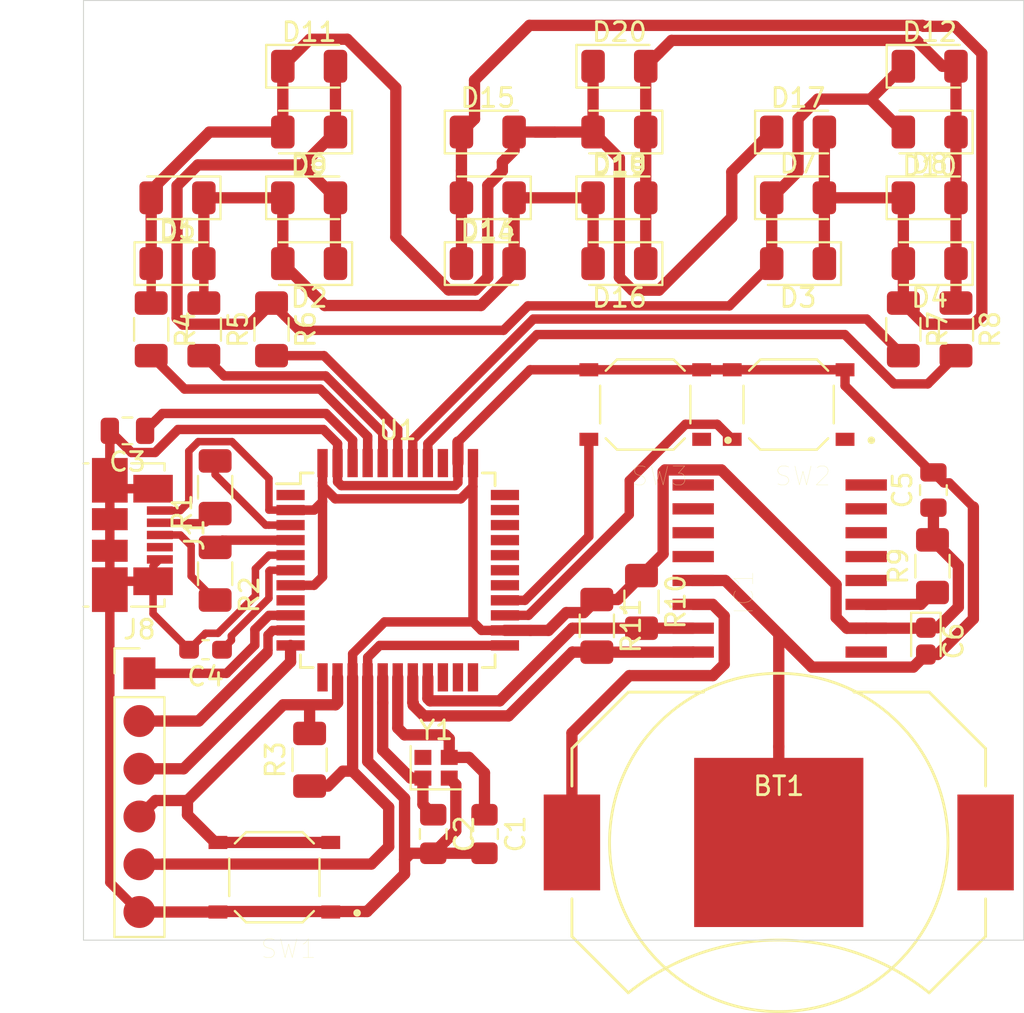
<source format=kicad_pcb>
(kicad_pcb (version 20211014) (generator pcbnew)
  (layers (0 "F.Cu" signal) (31 "B.Cu" signal) (34 "B.Paste" user) (35 "F.Paste" user) (36 "B.SilkS" user "B.Silkscreen") (37 "F.SilkS" user "F.Silkscreen") (38 "B.Mask" user) (39 "F.Mask" user) (44 "Edge.Cuts" user))
  (net 0 "")
  (net 1 "Net-(D1-Pad2)")
  (net 2 "Net-(D1-Pad1)")
  (net 3 "Net-(D10-Pad2)")
  (net 4 "Net-(D13-Pad1)")
  (net 5 "Net-(D10-Pad1)")
  (net 6 "GND")
  (net 7 "Net-(C1-Pad1)")
  (net 8 "Net-(C2-Pad1)")
  (net 9 "Net-(C3-Pad1)")
  (net 10 "Net-(C4-Pad1)")
  (net 11 "VCC")
  (net 12 "/D-")
  (net 13 "/D+")
  (net 14 "Net-(J1-Pad4)")
  (net 15 "Net-(U1-Pad1)")
  (net 16 "Net-(U1-Pad8)")
  (net 17 "/SCK")
  (net 18 "/MOSI")
  (net 19 "/MISO")
  (net 20 "Net-(U1-Pad12)")
  (net 21 "Net-(U1-Pad20)")
  (net 22 "Net-(U1-Pad21)")
  (net 23 "Net-(U1-Pad22)")
  (net 24 "Net-(U1-Pad28)")
  (net 25 "Net-(U1-Pad29)")
  (net 26 "Net-(U1-Pad30)")
  (net 27 "Net-(U1-Pad31)")
  (net 28 "Net-(U1-Pad32)")
  (net 29 "Net-(U1-Pad33)")
  (net 30 "Net-(BT1-Pad1)")
  (net 31 "Net-(IC1-Pad1)")
  (net 32 "Net-(IC1-Pad3)")
  (net 33 "Net-(IC1-Pad4)")
  (net 34 "Net-(IC1-Pad12)")
  (net 35 "Net-(IC1-Pad11)")
  (net 36 "Net-(IC1-Pad6)")
  (net 37 "Net-(IC1-Pad9)")
  (net 38 "Net-(IC1-Pad5)")
  (net 39 "Net-(IC1-Pad7)")
  (net 40 "Net-(IC1-Pad10)")
  (net 41 "Net-(IC1-Pad8)")
  (net 42 "/SDA")
  (net 43 "/SCL")
  (net 44 "/Reset")
  (net 45 "/P1")
  (net 46 "/P2")
  (net 47 "/P3")
  (net 48 "/P4")
  (net 49 "/P5")
  (net 50 "Net-(U1-Pad36)")
  (net 51 "/d-")
  (net 52 "/d+")
  (net 53 "Net-(SW2-Pad1)")
  (net 54 "Net-(SW3-Pad1)")
  (net 55 "Net-(SW4-Pad1)")
  (footprint "Capacitor_SMD:C_0805_2012Metric_Pad1.15x1.40mm_HandSolder" (layer "F.Cu") (at 21.325 44.35 -90)
    (fp_text reference "C1")
    (fp_text value "22pf")
  )
  (footprint "Capacitor_SMD:C_0805_2012Metric_Pad1.15x1.40mm_HandSolder" (layer "F.Cu") (at 18.6 44.35 -90)
    (fp_text reference "C2")
    (fp_text value "22pf")
  )
  (footprint "Capacitor_SMD:C_0805_2012Metric" (layer "F.Cu") (at 2.3375 22.9 180)
    (fp_text reference "C3")
    (fp_text value "100n")
  )
  (footprint "Connector_USB:USB_Micro-B_Molex_47346-0001" (layer "F.Cu") (at 2.6 28.44 -90)
    (fp_text reference "J1")
    (fp_text value "USB_B_Micro")
  )
  (footprint "Resistor_SMD:R_1206_3216Metric" (layer "F.Cu") (at 7 25.9 -90)
    (fp_text reference "R1")
    (fp_text value "22")
  )
  (footprint "Resistor_SMD:R_1206_3216Metric" (layer "F.Cu") (at 7 30.5 -90)
    (fp_text reference "R2")
    (fp_text value "22")
  )
  (footprint "Resistor_SMD:R_1206_3216Metric" (layer "F.Cu") (at 12.025 40.4 90)
    (fp_text reference "R3")
    (fp_text value "1k")
  )
  (footprint "Package_QFP:TQFP-44_10x10mm_P0.8mm" (layer "F.Cu") (at 16.712 30.316)
    (fp_text reference "U1")
    (fp_text value "ATmega32U4-AU")
  )
  (footprint "LED_SMD:LED_1206_3216Metric" (layer "F.Cu") (at 5 10.5 180)
    (fp_text reference "D1")
    (fp_text value "LED")
  )
  (footprint "LED_SMD:LED_1206_3216Metric" (layer "F.Cu") (at 12 14 180)
    (fp_text reference "D2")
    (fp_text value "LED")
  )
  (footprint "LED_SMD:LED_1206_3216Metric" (layer "F.Cu") (at 38 14 180)
    (fp_text reference "D3")
    (fp_text value "LED")
  )
  (footprint "LED_SMD:LED_1206_3216Metric" (layer "F.Cu") (at 45 14 180)
    (fp_text reference "D4")
    (fp_text value "LED")
  )
  (footprint "LED_SMD:LED_1206_3216Metric" (layer "F.Cu") (at 5 14)
    (fp_text reference "D5")
    (fp_text value "LED")
  )
  (footprint "LED_SMD:LED_1206_3216Metric" (layer "F.Cu") (at 12 10.5)
    (fp_text reference "D6")
    (fp_text value "LED")
  )
  (footprint "LED_SMD:LED_1206_3216Metric" (layer "F.Cu") (at 38 10.5)
    (fp_text reference "D7")
    (fp_text value "LED")
  )
  (footprint "LED_SMD:LED_1206_3216Metric" (layer "F.Cu") (at 45 10.5)
    (fp_text reference "D8")
    (fp_text value "LED")
  )
  (footprint "LED_SMD:LED_1206_3216Metric" (layer "F.Cu") (at 12 7 180)
    (fp_text reference "D9")
    (fp_text value "LED")
  )
  (footprint "LED_SMD:LED_1206_3216Metric" (layer "F.Cu") (at 45 7 180)
    (fp_text reference "D10")
    (fp_text value "LED")
  )
  (footprint "LED_SMD:LED_1206_3216Metric" (layer "F.Cu") (at 12 3.5)
    (fp_text reference "D11")
    (fp_text value "LED")
  )
  (footprint "LED_SMD:LED_1206_3216Metric" (layer "F.Cu") (at 45 3.5)
    (fp_text reference "D12")
    (fp_text value "LED")
  )
  (footprint "LED_SMD:LED_1206_3216Metric" (layer "F.Cu") (at 21.5 14)
    (fp_text reference "D13")
    (fp_text value "LED")
  )
  (footprint "LED_SMD:LED_1206_3216Metric" (layer "F.Cu") (at 21.5 10.5 180)
    (fp_text reference "D14")
    (fp_text value "LED")
  )
  (footprint "LED_SMD:LED_1206_3216Metric" (layer "F.Cu") (at 21.5 7)
    (fp_text reference "D15")
    (fp_text value "LED")
  )
  (footprint "LED_SMD:LED_1206_3216Metric" (layer "F.Cu") (at 28.5 14 180)
    (fp_text reference "D16")
    (fp_text value "LED")
  )
  (footprint "LED_SMD:LED_1206_3216Metric" (layer "F.Cu") (at 38 7)
    (fp_text reference "D17")
    (fp_text value "LED")
  )
  (footprint "LED_SMD:LED_1206_3216Metric" (layer "F.Cu") (at 28.5 10.5)
    (fp_text reference "D18")
    (fp_text value "LED")
  )
  (footprint "LED_SMD:LED_1206_3216Metric" (layer "F.Cu") (at 28.5 7 180)
    (fp_text reference "D19")
    (fp_text value "LED")
  )
  (footprint "LED_SMD:LED_1206_3216Metric" (layer "F.Cu") (at 28.5 3.5)
    (fp_text reference "D20")
    (fp_text value "LED")
  )
  (footprint "Resistor_SMD:R_1206_3216Metric" (layer "F.Cu") (at 3.6 17.5 -90)
    (fp_text reference "R4")
    (fp_text value "330")
  )
  (footprint "Resistor_SMD:R_1206_3216Metric" (layer "F.Cu") (at 6.4 17.5 -90)
    (fp_text reference "R5")
    (fp_text value "330")
  )
  (footprint "Resistor_SMD:R_1206_3216Metric" (layer "F.Cu") (at 10 17.5 -90)
    (fp_text reference "R6")
    (fp_text value "330")
  )
  (footprint "Resistor_SMD:R_1206_3216Metric" (layer "F.Cu") (at 43.6 17.5 -90)
    (fp_text reference "R7")
    (fp_text value "330")
  )
  (footprint "Resistor_SMD:R_1206_3216Metric" (layer "F.Cu") (at 46.4 17.5 -90)
    (fp_text reference "R8")
    (fp_text value "330")
  )
  (footprint "Librerias:LINX CR2032 Holder" (layer "F.Cu") (at 36.975 44.8)
    (fp_text reference "BT1")
    (fp_text value "Battery_Cell")
  )
  (footprint "Librerias:SO16W" (layer "F.Cu") (at 37.025 30.225 90)
    (fp_text reference "IC1")
    (fp_text value "DS3231")
  )
  (footprint "Crystal:Crystal_SMD_2016-4Pin_2.0x1.6mm" (layer "F.Cu") (at 18.75 40.825)
    (fp_text reference "Y1")
    (fp_text value "16Mhz")
  )
  (footprint "Capacitor_SMD:C_0603_1608Metric_Pad1.05x0.95mm_HandSolder" (layer "F.Cu") (at 6.491 34.544 180)
    (fp_text reference "C4")
    (fp_text value "CP")
  )
  (footprint "Capacitor_Tantalum_SMD:CP_EIA-1608-08_AVX-J" (layer "F.Cu") (at 44.8 34.0875 -90)
    (fp_text reference "C6")
    (fp_text value "10uF")
  )
  (footprint "Resistor_SMD:R_1206_3216Metric" (layer "F.Cu") (at 29.675 32 -90)
    (fp_text reference "R10")
    (fp_text value "4,7k")
  )
  (footprint "Resistor_SMD:R_1206_3216Metric" (layer "F.Cu") (at 27.3 33.275 -90)
    (fp_text reference "R11")
    (fp_text value "4,7k")
  )
  (footprint "Librerias:ICSP_SMD_Conn" (layer "F.Cu") (at 2.975 35.8)
    (fp_text reference "J8")
    (fp_text value "ICSP")
  )
  (footprint "Capacitor_SMD:C_0805_2012Metric" (layer "F.Cu") (at 45.2 26.05 90)
    (fp_text reference "C5")
    (fp_text value "C")
  )
  (footprint "Resistor_SMD:R_1206_3216Metric" (layer "F.Cu") (at 45.15 30.1 90)
    (fp_text reference "R9")
    (fp_text value "10k")
  )
  (footprint "Librerias:SW_PTS526_SM08_SMTR2_LFS" (layer "F.Cu") (at 37.5 21.5 180)
    (fp_text reference "SW2")
    (fp_text value "SEL_Columna")
  )
  (footprint "Librerias:SW_PTS526_SM08_SMTR2_LFS" (layer "F.Cu") (at 29.875 21.5 180)
    (fp_text reference "SW3")
    (fp_text value "Incrementar")
  )
  (footprint "Librerias:SW_PTS526_SM08_SMTR2_LFS" (layer "F.Cu") (at 10.15 46.65 180)
    (fp_text reference "SW1")
    (fp_text value "SW_Push")
  )
  (gr_line (start 50 50) (end 0 50) (layer "Edge.Cuts") (width 0.05))
  (gr_line (start 50 0) (end 50 50) (layer "Edge.Cuts") (width 0.05))
  (gr_line (start 0 50) (end 0 0) (layer "Edge.Cuts") (width 0.05))
  (gr_line (start 0 0) (end 50 0) (layer "Edge.Cuts") (width 0.05))
  (segment (start 29.1873 15.4144) (end 30.602 15.4144) (width 0.6) (layer "F.Cu") (net 1))
  (segment (start 20.8305 15.4032) (end 21.5 14.7337) (width 0.6) (layer "F.Cu") (net 1))
  (segment (start 28.5 8.4) (end 28.5 14.7271) (width 0.6) (layer "F.Cu") (net 1))
  (segment (start 16.608 4.6466) (end 16.608 12.5949) (width 0.6) (layer "F.Cu") (net 1))
  (segment (start 10.6 3.5) (end 12.0368 2.0632) (width 0.6) (layer "F.Cu") (net 1))
  (segment (start 3.6 14) (end 3.6 10.5) (width 0.6) (layer "F.Cu") (net 1))
  (segment (start 34.4764 9.1236) (end 36.6 7) (width 0.6) (layer "F.Cu") (net 1))
  (segment (start 3.6 14) (end 3.6 16.1) (width 0.5) (layer "F.Cu") (net 1))
  (segment (start 12.0368 2.0632) (end 14.0246 2.0632) (width 0.6) (layer "F.Cu") (net 1))
  (segment (start 22.9 7) (end 25.075 7) (width 0.6) (layer "F.Cu") (net 1))
  (segment (start 19.4163 15.4032) (end 20.8305 15.4032) (width 0.6) (layer "F.Cu") (net 1))
  (segment (start 16.608 12.5949) (end 19.4163 15.4032) (width 0.6) (layer "F.Cu") (net 1))
  (segment (start 22.9 7) (end 22.9 7.975) (width 0.6) (layer "F.Cu") (net 1))
  (segment (start 27.1 7) (end 27.1 3.5) (width 0.6) (layer "F.Cu") (net 1))
  (segment (start 6.6987 7) (end 10.6 7) (width 0.6) (layer "F.Cu") (net 1))
  (segment (start 30.602 15.4144) (end 34.4764 11.54) (width 0.6) (layer "F.Cu") (net 1))
  (segment (start 25.075 7) (end 27.1 7) (width 0.6) (layer "F.Cu") (net 1))
  (segment (start 21.5 14.7337) (end 21.5 9.8389) (width 0.6) (layer "F.Cu") (net 1))
  (segment (start 14.0246 2.0632) (end 16.608 4.6466) (width 0.6) (layer "F.Cu") (net 1))
  (segment (start 27.1 7) (end 28.5 8.4) (width 0.6) (layer "F.Cu") (net 1))
  (segment (start 24.0264 7) (end 25.075 7) (width 0.6) (layer "F.Cu") (net 1))
  (segment (start 10.6 7) (end 10.6 3.5) (width 0.6) (layer "F.Cu") (net 1))
  (segment (start 22.2759 8.5991) (end 22.2759 9.063) (width 0.6) (layer "F.Cu") (net 1))
  (segment (start 21.5 9.8389) (end 22.2759 9.063) (width 0.6) (layer "F.Cu") (net 1))
  (segment (start 34.4764 11.54) (end 34.4764 9.1236) (width 0.6) (layer "F.Cu") (net 1))
  (segment (start 28.5 14.7271) (end 29.1873 15.4144) (width 0.6) (layer "F.Cu") (net 1))
  (segment (start 3.6 10.5) (end 3.6 10.0987) (width 0.6) (layer "F.Cu") (net 1))
  (segment (start 3.6 10.0987) (end 6.6987 7) (width 0.6) (layer "F.Cu") (net 1))
  (segment (start 22.9 7.975) (end 22.2759 8.5991) (width 0.6) (layer "F.Cu") (net 1))
  (segment (start 12.8305 16.2305) (end 21.1351 16.2305) (width 0.6) (layer "F.Cu") (net 2))
  (segment (start 27.1 10.5) (end 27.1 14) (width 0.6) (layer "F.Cu") (net 2))
  (segment (start 22.9 10.5) (end 27.1 10.5) (width 0.6) (layer "F.Cu") (net 2))
  (segment (start 22.9 14) (end 22.9 10.5) (width 0.6) (layer "F.Cu") (net 2))
  (segment (start 10.6 10.5) (end 10.6 14) (width 0.6) (layer "F.Cu") (net 2))
  (segment (start 6.4 14) (end 6.4 16.1) (width 0.5) (layer "F.Cu") (net 2))
  (segment (start 10.6 10.5) (end 6.4 10.5) (width 0.6) (layer "F.Cu") (net 2))
  (segment (start 10.6 14) (end 12.8305 16.2305) (width 0.6) (layer "F.Cu") (net 2))
  (segment (start 22.9 14.4656) (end 22.9 14) (width 0.6) (layer "F.Cu") (net 2))
  (segment (start 21.1351 16.2305) (end 22.9 14.4656) (width 0.6) (layer "F.Cu") (net 2))
  (segment (start 6.4 14) (end 6.4 10.5) (width 0.6) (layer "F.Cu") (net 2))
  (segment (start 41.85 5.25) (end 43.6 3.5) (width 0.6) (layer "F.Cu") (net 3))
  (segment (start 10.69571 16.79571) (end 10 16.1) (width 0.5) (layer "F.Cu") (net 3))
  (segment (start 38 9.1) (end 36.6 10.5) (width 0.6) (layer "F.Cu") (net 3))
  (segment (start 41.85 5.25) (end 39.0509 5.25) (width 0.6) (layer "F.Cu") (net 3))
  (segment (start 38 6.3009) (end 38 9.1) (width 0.6) (layer "F.Cu") (net 3))
  (segment (start 11.449989 17.549989) (end 10.69571 16.79571) (width 0.5) (layer "F.Cu") (net 3))
  (segment (start 36.6 14) (end 34.350011 16.249989) (width 0.5) (layer "F.Cu") (net 3))
  (segment (start 13.4 10.5) (end 13.4 14) (width 0.6) (layer "F.Cu") (net 3))
  (segment (start 34.350011 16.249989) (end 23.638046 16.249989) (width 0.5) (layer "F.Cu") (net 3))
  (segment (start 36.6 10.5) (end 36.6 14) (width 0.6) (layer "F.Cu") (net 3))
  (segment (start 4.97501 16.90001) (end 4.97501 9.85559) (width 0.6) (layer "F.Cu") (net 3))
  (segment (start 4.97501 9.85559) (end 6.0806 8.75) (width 0.6) (layer "F.Cu") (net 3))
  (segment (start 39.0509 5.25) (end 38 6.3009) (width 0.6) (layer "F.Cu") (net 3))
  (segment (start 5.30001 17.22501) (end 4.97501 16.90001) (width 0.6) (layer "F.Cu") (net 3))
  (segment (start 8.87499 17.22501) (end 5.30001 17.22501) (width 0.6) (layer "F.Cu") (net 3))
  (segment (start 22.338046 17.549989) (end 11.449989 17.549989) (width 0.5) (layer "F.Cu") (net 3))
  (segment (start 11.65 8.75) (end 13.4 10.5) (width 0.6) (layer "F.Cu") (net 3))
  (segment (start 11.65 8.75) (end 13.4 7) (width 0.6) (layer "F.Cu") (net 3))
  (segment (start 10 16.1) (end 8.87499 17.22501) (width 0.6) (layer "F.Cu") (net 3))
  (segment (start 23.638046 16.249989) (end 22.338046 17.549989) (width 0.5) (layer "F.Cu") (net 3))
  (segment (start 13.4 3.5) (end 13.4 7) (width 0.6) (layer "F.Cu") (net 3))
  (segment (start 43.6 7) (end 41.85 5.25) (width 0.6) (layer "F.Cu") (net 3))
  (segment (start 6.0806 8.75) (end 11.65 8.75) (width 0.6) (layer "F.Cu") (net 3))
  (segment (start 47.77501 16.785668) (end 47.77501 2.814332) (width 0.6) (layer "F.Cu") (net 4))
  (segment (start 47.77501 2.814332) (end 46.335678 1.375) (width 0.6) (layer "F.Cu") (net 4))
  (segment (start 46.335678 1.375) (end 44.667064 1.375) (width 0.6) (layer "F.Cu") (net 4))
  (segment (start 20.79571 6.30429) (end 20.79571 4.243612) (width 0.6) (layer "F.Cu") (net 4))
  (segment (start 44.617043 1.324979) (end 23.714332 1.32499) (width 0.6) (layer "F.Cu") (net 4))
  (segment (start 43.6 14) (end 43.6 16.1) (width 0.6) (layer "F.Cu") (net 4))
  (segment (start 43.6 14) (end 43.6 10.5) (width 0.6) (layer "F.Cu") (net 4))
  (segment (start 39.4 7) (end 39.4 10.5) (width 0.6) (layer "F.Cu") (net 4))
  (segment (start 20.1 9.0631) (end 20.1 7) (width 0.6) (layer "F.Cu") (net 4))
  (segment (start 43.6 16.1) (end 44.72501 17.22501) (width 0.6) (layer "F.Cu") (net 4))
  (segment (start 44.667064 1.375) (end 44.617043 1.324979) (width 0.6) (layer "F.Cu") (net 4))
  (segment (start 43.6 10.5) (end 39.4 10.5) (width 0.6) (layer "F.Cu") (net 4))
  (segment (start 39.4 14) (end 39.4 10.5) (width 0.6) (layer "F.Cu") (net 4))
  (segment (start 20.79571 4.243612) (end 23.714332 1.32499) (width 0.6) (layer "F.Cu") (net 4))
  (segment (start 20.1 14) (end 20.1 10.5) (width 0.6) (layer "F.Cu") (net 4))
  (segment (start 47.335668 17.22501) (end 47.77501 16.785668) (width 0.6) (layer "F.Cu") (net 4))
  (segment (start 20.1 7) (end 20.79571 6.30429) (width 0.6) (layer "F.Cu") (net 4))
  (segment (start 44.72501 17.22501) (end 47.335668 17.22501) (width 0.6) (layer "F.Cu") (net 4))
  (segment (start 20.1 9.0631) (end 20.1 10.5) (width 0.6) (layer "F.Cu") (net 4))
  (segment (start 30.59571 2.80429) (end 29.9 3.5) (width 0.6) (layer "F.Cu") (net 5))
  (segment (start 46.4 3.5) (end 45.675 3.5) (width 0.6) (layer "F.Cu") (net 5))
  (segment (start 46.4 7) (end 46.4 10.5) (width 0.6) (layer "F.Cu") (net 5))
  (segment (start 44.299995 2.124995) (end 31.275005 2.124995) (width 0.6) (layer "F.Cu") (net 5))
  (segment (start 46.4 14) (end 46.4 16.1) (width 0.6) (layer "F.Cu") (net 5))
  (segment (start 31.275005 2.124995) (end 30.59571 2.80429) (width 0.6) (layer "F.Cu") (net 5))
  (segment (start 29.9 7) (end 29.9 10.5) (width 0.6) (layer "F.Cu") (net 5))
  (segment (start 46.4 14) (end 46.4 10.5) (width 0.6) (layer "F.Cu") (net 5))
  (segment (start 29.9 3.5) (end 29.9 7) (width 0.6) (layer "F.Cu") (net 5))
  (segment (start 29.9 14) (end 29.9 10.5) (width 0.6) (layer "F.Cu") (net 5))
  (segment (start 45.675 3.5) (end 44.299995 2.124995) (width 0.6) (layer "F.Cu") (net 5))
  (segment (start 46.4 7) (end 46.4 3.5) (width 0.6) (layer "F.Cu") (net 5))
  (segment (start 19.912 24.616) (end 19.912 25.651002) (width 0.5) (layer "F.Cu") (net 6))
  (segment (start 6.995 48.475) (end 14.955 48.475) (width 0.6) (layer "F.Cu") (net 6))
  (segment (start 34.125 30.86) (end 36.975 33.71) (width 0.6) (layer "F.Cu") (net 6))
  (segment (start 1.4 22.9) (end 2.55001 24.05001) (width 0.5) (layer "F.Cu") (net 6))
  (segment (start 2.55001 24.05001) (end 3.806116 24.05001) (width 0.5) (layer "F.Cu") (net 6))
  (segment (start 19.80001 44.17499) (end 19.223372 44.751628) (width 0.6) (layer "F.Cu") (net 6))
  (segment (start 3.7 30.9025) (end 3.7 32.628) (width 0.4) (layer "F.Cu") (net 6))
  (segment (start 3.806116 24.05001) (end 5.031148 22.824979) (width 0.5) (layer "F.Cu") (net 6))
  (segment (start 19.912 25.651002) (end 19.747001 25.816001) (width 0.5) (layer "F.Cu") (net 6))
  (segment (start 17.075 45.7) (end 17.075 46.48) (width 0.6) (layer "F.Cu") (net 6))
  (segment (start 19.45 41.375) (end 19.80001 41.72501) (width 0.6) (layer "F.Cu") (net 6))
  (segment (start 9.144 31.675256) (end 9.144 30.234) (width 0.4) (layer "F.Cu") (net 6))
  (segment (start 44.129999 35.470001) (end 38.735001 35.470001) (width 0.6) (layer "F.Cu") (net 6))
  (segment (start 44.8 34.8) (end 45.425 34.8) (width 0.6) (layer "F.Cu") (net 6))
  (segment (start 13.716001 25.816001) (end 13.512 25.612) (width 0.5) (layer "F.Cu") (net 6))
  (segment (start 40.5 20.5) (end 45.1125 25.1125) (width 0.5) (layer "F.Cu") (net 6))
  (segment (start 1.8475 25.9775) (end 1.4 25.53) (width 0.5) (layer "F.Cu") (net 6))
  (segment (start 17.075 42.45) (end 17.075 45.7) (width 0.6) (layer "F.Cu") (net 6))
  (segment (start 5.616 34.544) (end 6.49101 33.66899) (width 0.4) (layer "F.Cu") (net 6))
  (segment (start 19.223372 44.751628) (end 18.6 45.375) (width 0.6) (layer "F.Cu") (net 6))
  (segment (start 6.97 48.5) (end 6.995 48.475) (width 0.6) (layer "F.Cu") (net 6))
  (segment (start 9.144 30.234) (end 9.862 29.516) (width 0.4) (layer "F.Cu") (net 6))
  (segment (start 9.862 29.516) (end 11.012 29.516) (width 0.4) (layer "F.Cu") (net 6))
  (segment (start 19.912 23.490998) (end 23.752998 19.65) (width 0.5) (layer "F.Cu") (net 6))
  (segment (start 45.756237 25.668737) (end 46.043737 25.668737) (width 0.5) (layer "F.Cu") (net 6))
  (segment (start 15.112 34.955964) (end 15.112 36.016) (width 0.5) (layer "F.Cu") (net 6))
  (segment (start 1.4 25.53) (end 1.4 31.35) (width 0.5) (layer "F.Cu") (net 6))
  (segment (start 5.031148 22.824979) (end 12.755981 22.824979) (width 0.5) (layer "F.Cu") (net 6))
  (segment (start 1.4 31.35) (end 1.4 46.925) (width 0.5) (layer "F.Cu") (net 6))
  (segment (start 6.49101 33.66899) (end 7.150266 33.66899) (width 0.4) (layer "F.Cu") (net 6))
  (segment (start 15.751964 34.316) (end 15.112 34.955964) (width 0.5) (layer "F.Cu") (net 6))
  (segment (start 2.975 48.5) (end 6.97 48.5) (width 0.6) (layer "F.Cu") (net 6))
  (segment (start 46.043737 25.668737) (end 47.32502 26.95002) (width 0.5) (layer "F.Cu") (net 6))
  (segment (start 18.6 45.375) (end 17.4 45.375) (width 0.6) (layer "F.Cu") (net 6))
  (segment (start 12.755981 22.824979) (end 13.512 23.580998) (width 0.5) (layer "F.Cu") (net 6))
  (segment (start 1.4 46.925) (end 2.975 48.5) (width 0.5) (layer "F.Cu") (net 6))
  (segment (start 3.7 30.9025) (end 1.8475 30.9025) (width 0.5) (layer "F.Cu") (net 6))
  (segment (start 45.1125 25.1125) (end 45.2 25.1125) (width 0.5) (layer "F.Cu") (net 6))
  (segment (start 17.075 46.48) (end 15.08 48.475) (width 0.6) (layer "F.Cu") (net 6))
  (segment (start 45.425 34.8) (end 47.32502 32.89998) (width 0.6) (layer "F.Cu") (net 6))
  (segment (start 1.8475 30.9025) (end 1.4 31.35) (width 0.5) (layer "F.Cu") (net 6))
  (segment (start 45.2 25.1125) (end 45.756237 25.668737) (width 0.5) (layer "F.Cu") (net 6))
  (segment (start 19.80001 41.72501) (end 19.80001 44.17499) (width 0.6) (layer "F.Cu") (net 6))
  (segment (start 15.112 40.487) (end 17.075 42.45) (width 0.6) (layer "F.Cu") (net 6))
  (segment (start 32.425 30.86) (end 34.125 30.86) (width 0.6) (layer "F.Cu") (net 6))
  (segment (start 38.735001 35.470001) (end 36.975 33.71) (width 0.6) (layer "F.Cu") (net 6))
  (segment (start 36.975 39.7) (end 36.975 44.8) (width 0.6) (layer "F.Cu") (net 6))
  (segment (start 3.7 25.9775) (end 1.8475 25.9775) (width 0.5) (layer "F.Cu") (net 6))
  (segment (start 17.4 45.375) (end 17.075 45.7) (width 0.6) (layer "F.Cu") (net 6))
  (segment (start 44.8 34.8) (end 44.129999 35.470001) (width 0.6) (layer "F.Cu") (net 6))
  (segment (start 1.4 22.9) (end 1.4 25.53) (width 0.5) (layer "F.Cu") (net 6))
  (segment (start 40.5 19.65) (end 40.5 20.5) (width 0.5) (layer "F.Cu") (net 6))
  (segment (start 15.08 48.475) (end 14.955 48.475) (width 0.6) (layer "F.Cu") (net 6))
  (segment (start 3.7 30.1) (end 4.06 29.74) (width 0.4) (layer "F.Cu") (net 6))
  (segment (start 13.512 23.580998) (end 13.512 24.616) (width 0.5) (layer "F.Cu") (net 6))
  (segment (start 13.512 25.612) (end 13.512 24.616) (width 0.5) (layer "F.Cu") (net 6))
  (segment (start 3.7 32.628) (end 5.616 34.544) (width 0.4) (layer "F.Cu") (net 6))
  (segment (start 19.747001 25.816001) (end 13.716001 25.816001) (width 0.5) (layer "F.Cu") (net 6))
  (segment (start 36.975 33.71) (end 36.975 39.7) (width 0.6) (layer "F.Cu") (net 6))
  (segment (start 15.112 36.016) (end 15.112 40.487) (width 0.6) (layer "F.Cu") (net 6))
  (segment (start 23.752998 19.65) (end 40.5 19.65) (width 0.5) (layer "F.Cu") (net 6))
  (segment (start 22.412 34.316) (end 15.751964 34.316) (width 0.5) (layer "F.Cu") (net 6))
  (segment (start 47.32502 32.89998) (end 47.32502 26.95002) (width 0.6) (layer "F.Cu") (net 6))
  (segment (start 19.912 23.490998) (end 19.912 24.616) (width 0.6) (layer "F.Cu") (net 6))
  (segment (start 3.7 30.9025) (end 3.7 30.1) (width 0.4) (layer "F.Cu") (net 6))
  (segment (start 18.6 45.375) (end 21.325 45.375) (width 0.6) (layer "F.Cu") (net 6))
  (segment (start 7.150266 33.66899) (end 9.144 31.675256) (width 0.4) (layer "F.Cu") (net 6))
  (segment (start 16.712 38.712) (end 16.712 36.016) (width 0.6) (layer "F.Cu") (net 7))
  (segment (start 19.25 39.075) (end 17.075 39.075) (width 0.6) (layer "F.Cu") (net 7))
  (segment (start 21.325 41.1) (end 20.5 40.275) (width 0.6) (layer "F.Cu") (net 7))
  (segment (start 19.45 40.275) (end 19.45 39.275) (width 0.6) (layer "F.Cu") (net 7))
  (segment (start 17.075 39.075) (end 16.712 38.712) (width 0.6) (layer "F.Cu") (net 7))
  (segment (start 21.325 43.325) (end 21.325 41.1) (width 0.6) (layer "F.Cu") (net 7))
  (segment (start 19.45 39.275) (end 19.25 39.075) (width 0.6) (layer "F.Cu") (net 7))
  (segment (start 20.5 40.275) (end 19.45 40.275) (width 0.6) (layer "F.Cu") (net 7))
  (segment (start 15.912 39.887002) (end 15.912 37.366) (width 0.6) (layer "F.Cu") (net 8))
  (segment (start 18.6 43.325) (end 18.05 42.775) (width 0.6) (layer "F.Cu") (net 8))
  (segment (start 18.05 41.375) (end 17.399998 41.375) (width 0.6) (layer "F.Cu") (net 8))
  (segment (start 17.399998 41.375) (end 15.912 39.887002) (width 0.6) (layer "F.Cu") (net 8))
  (segment (start 15.912 37.366) (end 15.912 36.016) (width 0.6) (layer "F.Cu") (net 8))
  (segment (start 18.05 42.775) (end 18.05 41.375) (width 0.6) (layer "F.Cu") (net 8))
  (segment (start 14.312 24.616) (end 14.312 23.391032) (width 0.5) (layer "F.Cu") (net 9))
  (segment (start 12.895957 21.974989) (end 4.200011 21.974989) (width 0.5) (layer "F.Cu") (net 9))
  (segment (start 3.831237 22.343763) (end 3.275 22.9) (width 0.5) (layer "F.Cu") (net 9))
  (segment (start 4.200011 21.974989) (end 3.831237 22.343763) (width 0.5) (layer "F.Cu") (net 9))
  (segment (start 14.312 23.391032) (end 12.895957 21.974989) (width 0.5) (layer "F.Cu") (net 9))
  (segment (start 9.862 30.364542) (end 9.910542 30.316) (width 0.4) (layer "F.Cu") (net 10))
  (segment (start 7.865072 34.044928) (end 7.865072 33.802726) (width 0.4) (layer "F.Cu") (net 10))
  (segment (start 9.910542 30.316) (end 11.012 30.316) (width 0.4) (layer "F.Cu") (net 10))
  (segment (start 7.865072 33.802726) (end 9.862 31.805798) (width 0.4) (layer "F.Cu") (net 10))
  (segment (start 9.862 31.805798) (end 9.862 30.364542) (width 0.4) (layer "F.Cu") (net 10))
  (segment (start 7.366 34.544) (end 7.865072 34.044928) (width 0.4) (layer "F.Cu") (net 10))
  (segment (start 30.924999 24.979999) (end 33.925001 24.979999) (width 0.6) (layer "F.Cu") (net 11))
  (segment (start 30.824999 25.079999) (end 30.924999 24.979999) (width 0.6) (layer "F.Cu") (net 11))
  (segment (start 12.712 30.666) (end 12.712 26.666) (width 0.5) (layer "F.Cu") (net 11))
  (segment (start 16.230001 42.924999) (end 16.230001 45.025001) (width 0.6) (layer "F.Cu") (net 11))
  (segment (start 44.775 33.4) (end 44.8 33.375) (width 0.6) (layer "F.Cu") (net 11))
  (segment (start 4.187081 45.95) (end 4.177081 45.96) (width 0.6) (layer "F.Cu") (net 11))
  (segment (start 26.60429 32.57071) (end 25.674998 32.57071) (width 0.6) (layer "F.Cu") (net 11))
  (segment (start 14.312 36.016) (end 14.312 41.006998) (width 0.6) (layer "F.Cu") (net 11))
  (segment (start 16.012 33.066) (end 20.712 33.066) (width 0.5) (layer "F.Cu") (net 11))
  (segment (start 5.150001 27.139999) (end 5.6 26.69) (width 0.4) (layer "F.Cu") (net 11))
  (segment (start 14.312 36.016) (end 14.312 34.766) (width 0.5) (layer "F.Cu") (net 11))
  (segment (start 6.105754 23.47499) (end 7.894246 23.47499) (width 0.4) (layer "F.Cu") (net 11))
  (segment (start 13.387045 26.516012) (end 20.061988 26.516012) (width 0.5) (layer "F.Cu") (net 11))
  (segment (start 46.52501 30.07501) (end 46.52501 32.27499) (width 0.6) (layer "F.Cu") (net 11))
  (segment (start 13.793002 41.006998) (end 14.312 41.006998) (width 0.6) (layer "F.Cu") (net 11))
  (segment (start 45.2 26.9875) (end 45.2 28.65) (width 0.6) (layer "F.Cu") (net 11))
  (segment (start 15.305002 45.95) (end 4.187081 45.95) (width 0.6) (layer "F.Cu") (net 11))
  (segment (start 12.262 31.116) (end 12.712 30.666) (width 0.5) (layer "F.Cu") (net 11))
  (segment (start 46.52501 32.27499) (end 45.425 33.375) (width 0.6) (layer "F.Cu") (net 11))
  (segment (start 40.024999 31.079997) (end 40.024999 32.830001) (width 0.6) (layer "F.Cu") (net 11))
  (segment (start 4.177081 45.96) (end 2.975 45.96) (width 0.6) (layer "F.Cu") (net 11))
  (segment (start 9.862 27.116) (end 11.012 27.116) (width 0.4) (layer "F.Cu") (net 11))
  (segment (start 7.894246 23.47499) (end 9.861999 25.442743) (width 0.4) (layer "F.Cu") (net 11))
  (segment (start 14.312 34.766) (end 16.012 33.066) (width 0.5) (layer "F.Cu") (net 11))
  (segment (start 11.012 31.116) (end 12.262 31.116) (width 0.5) (layer "F.Cu") (net 11))
  (segment (start 12.712 25.651002) (end 12.712 25.840967) (width 0.5) (layer "F.Cu") (net 11))
  (segment (start 21.162 33.516) (end 20.712 33.066) (width 0.5) (layer "F.Cu") (net 11))
  (segment (start 12.262 27.116) (end 12.712 26.666) (width 0.5) (layer "F.Cu") (net 11))
  (segment (start 45.15 28.7) (end 46.52501 30.07501) (width 0.6) (layer "F.Cu") (net 11))
  (segment (start 16.230001 45.025001) (end 15.305002 45.95) (width 0.6) (layer "F.Cu") (net 11))
  (segment (start 23.762 33.516) (end 22.412 33.516) (width 0.6) (layer "F.Cu") (net 11))
  (segment (start 20.061988 26.516012) (end 20.712 25.866) (width 0.5) (layer "F.Cu") (net 11))
  (segment (start 27.3 31.875) (end 26.60429 32.57071) (width 0.6) (layer "F.Cu") (net 11))
  (segment (start 40.594998 33.4) (end 41.625 33.4) (width 0.6) (layer "F.Cu") (net 11))
  (segment (start 12.712 26.666) (end 12.712 25.651002) (width 0.5) (layer "F.Cu") (net 11))
  (segment (start 9.861999 25.442743) (end 9.862 27.116) (width 0.4) (layer "F.Cu") (net 11))
  (segment (start 45.425 33.375) (end 44.8 33.375) (width 0.6) (layer "F.Cu") (net 11))
  (segment (start 12.712 25.840967) (end 13.387045 26.516012) (width 0.5) (layer "F.Cu") (net 11))
  (segment (start 20.712 33.066) (end 20.712 25.866) (width 0.5) (layer "F.Cu") (net 11))
  (segment (start 20.712 25.866) (end 20.712 24.616) (width 0.5) (layer "F.Cu") (net 11))
  (segment (start 45.2 28.65) (end 45.15 28.7) (width 0.6) (layer "F.Cu") (net 11))
  (segment (start 29.675 30.6) (end 30.824999 29.450001) (width 0.6) (layer "F.Cu") (net 11))
  (segment (start 41.625 33.4) (end 44.775 33.4) (width 0.6) (layer "F.Cu") (net 11))
  (segment (start 30.824999 29.450001) (end 30.824999 25.079999) (width 0.6) (layer "F.Cu") (net 11))
  (segment (start 12.712 24.616) (end 12.712 25.651002) (width 0.5) (layer "F.Cu") (net 11))
  (segment (start 5.6 26.69) (end 5.6 23.980744) (width 0.4) (layer "F.Cu") (net 11))
  (segment (start 5.6 23.980744) (end 6.105754 23.47499) (width 0.4) (layer "F.Cu") (net 11))
  (segment (start 22.412 33.516) (end 21.162 33.516) (width 0.5) (layer "F.Cu") (net 11))
  (segment (start 33.925001 24.979999) (end 40.024999 31.079997) (width 0.6) (layer "F.Cu") (net 11))
  (segment (start 40.024999 32.830001) (end 40.594998 33.4) (width 0.6) (layer "F.Cu") (net 11))
  (segment (start 24.729708 33.516) (end 23.762 33.516) (width 0.6) (layer "F.Cu") (net 11))
  (segment (start 12.025 41.8) (end 13 41.8) (width 0.6) (layer "F.Cu") (net 11))
  (segment (start 13 41.8) (end 13.793002 41.006998) (width 0.6) (layer "F.Cu") (net 11))
  (segment (start 14.312 41.006998) (end 16.230001 42.924999) (width 0.6) (layer "F.Cu") (net 11))
  (segment (start 25.674998 32.57071) (end 24.729708 33.516) (width 0.6) (layer "F.Cu") (net 11))
  (segment (start 27.3 31.875) (end 28.4 31.875) (width 0.6) (layer "F.Cu") (net 11))
  (segment (start 28.4 31.875) (end 29.675 30.6) (width 0.6) (layer "F.Cu") (net 11))
  (segment (start 4.06 27.14) (end 5.150001 27.139999) (width 0.4) (layer "F.Cu") (net 11))
  (segment (start 11.012 27.116) (end 12.262 27.116) (width 0.5) (layer "F.Cu") (net 11))
  (segment (start 6.51 27.79) (end 7 27.3) (width 0.4) (layer "F.Cu") (net 12))
  (segment (start 4.06 27.79) (end 6.51 27.79) (width 0.4) (layer "F.Cu") (net 12))
  (segment (start 5.15 28.44) (end 4.06 28.44) (width 0.4) (layer "F.Cu") (net 13))
  (segment (start 5.72499 30.62499) (end 5.72499 29.01499) (width 0.4) (layer "F.Cu") (net 13))
  (segment (start 5.72499 29.01499) (end 5.15 28.44) (width 0.4) (layer "F.Cu") (net 13))
  (segment (start 7 31.9) (end 5.72499 30.62499) (width 0.4) (layer "F.Cu") (net 13))
  (segment (start 7.607289 35.8) (end 9.111988 34.295301) (width 0.5) (layer "F.Cu") (net 17))
  (segment (start 9.111988 34.295301) (end 9.111988 33.475064) (width 0.5) (layer "F.Cu") (net 17))
  (segment (start 9.111988 33.475064) (end 9.871052 32.716) (width 0.5) (layer "F.Cu") (net 17))
  (segment (start 9.871052 32.716) (end 11.012 32.716) (width 0.5) (layer "F.Cu") (net 17))
  (segment (start 2.975 35.8) (end 7.607289 35.8) (width 0.5) (layer "F.Cu") (net 17))
  (segment (start 4.177081 38.34) (end 6.057253 38.34) (width 0.6) (layer "F.Cu") (net 18))
  (segment (start 6.057253 38.34) (end 9.811999 34.585254) (width 0.5) (layer "F.Cu") (net 18))
  (segment (start 2.975 38.34) (end 4.177081 38.34) (width 0.6) (layer "F.Cu") (net 18))
  (segment (start 6.057253 38.34) (end 6.127963 38.34) (width 0.6) (layer "F.Cu") (net 18))
  (segment (start 9.811999 34.585254) (end 9.811999 33.765018) (width 0.5) (layer "F.Cu") (net 18))
  (segment (start 9.811999 33.765018) (end 10.061017 33.516) (width 0.5) (layer "F.Cu") (net 18))
  (segment (start 10.061017 33.516) (end 11.012 33.516) (width 0.5) (layer "F.Cu") (net 18))
  (segment (start 6.127963 38.34) (end 9.761999 34.705964) (width 0.6) (layer "F.Cu") (net 18))
  (segment (start 5.323 40.88) (end 11.012 35.191) (width 0.6) (layer "F.Cu") (net 19))
  (segment (start 2.975 40.88) (end 5.323 40.88) (width 0.6) (layer "F.Cu") (net 19))
  (segment (start 11.012 35.191) (end 11.012 34.316) (width 0.6) (layer "F.Cu") (net 19))
  (segment (start 34.075 32.749998) (end 34.075 35.320002) (width 0.6) (layer "F.Cu") (net 30))
  (segment (start 33.455002 32.13) (end 34.075 32.749998) (width 0.6) (layer "F.Cu") (net 30))
  (segment (start 25.975 38.975) (end 25.975 44.8) (width 0.6) (layer "F.Cu") (net 30))
  (segment (start 32.425 32.13) (end 33.455002 32.13) (width 0.6) (layer "F.Cu") (net 30))
  (segment (start 29.025 35.925) (end 25.975 38.975) (width 0.6) (layer "F.Cu") (net 30))
  (segment (start 47.975 43.75) (end 47.975 44.8) (width 0.6) (layer "F.Cu") (net 30))
  (segment (start 34.075 35.320002) (end 33.470002 35.925) (width 0.6) (layer "F.Cu") (net 30))
  (segment (start 33.470002 35.925) (end 29.025 35.925) (width 0.6) (layer "F.Cu") (net 30))
  (segment (start 41.625 32.13) (end 44.52 32.13) (width 0.6) (layer "F.Cu") (net 32))
  (segment (start 44.52 32.13) (end 45.15 31.5) (width 0.6) (layer "F.Cu") (net 32))
  (segment (start 22.133999 37.266001) (end 18.436999 37.266001) (width 0.6) (layer "F.Cu") (net 42))
  (segment (start 26 33.4) (end 22.133999 37.266001) (width 0.6) (layer "F.Cu") (net 42))
  (segment (start 29.675 33.4) (end 26 33.4) (width 0.6) (layer "F.Cu") (net 42))
  (segment (start 18.312 37.141002) (end 18.312 36.016) (width 0.6) (layer "F.Cu") (net 42))
  (segment (start 18.436999 37.266001) (end 18.312 37.141002) (width 0.6) (layer "F.Cu") (net 42))
  (segment (start 32.425 33.4) (end 29.675 33.4) (width 0.6) (layer "F.Cu") (net 42))
  (segment (start 32.42 34.675) (end 32.425 34.67) (width 0.6) (layer "F.Cu") (net 43))
  (segment (start 17.536988 37.497376) (end 18.105624 38.066012) (width 0.6) (layer "F.Cu") (net 43))
  (segment (start 17.512 36.016) (end 17.512 37.366) (width 0.6) (layer "F.Cu") (net 43))
  (segment (start 26.005 34.675) (end 27.3 34.675) (width 0.6) (layer "F.Cu") (net 43))
  (segment (start 18.105624 38.066012) (end 22.603988 38.066012) (width 0.6) (layer "F.Cu") (net 43))
  (segment (start 17.512 37.366) (end 17.536988 37.366) (width 0.6) (layer "F.Cu") (net 43))
  (segment (start 26 34.67) (end 26.005 34.675) (width 0.6) (layer "F.Cu") (net 43))
  (segment (start 27.3 34.675) (end 32.42 34.675) (width 0.6) (layer "F.Cu") (net 43))
  (segment (start 17.536988 37.366) (end 17.536988 37.497376) (width 0.6) (layer "F.Cu") (net 43))
  (segment (start 22.603988 38.066012) (end 26 34.67) (width 0.6) (layer "F.Cu") (net 43))
  (segment (start 10.625 37.475) (end 11.95 37.475) (width 0.6) (layer "F.Cu") (net 44))
  (segment (start 5.529999 42.570001) (end 5.529999 43.329999) (width 0.6) (layer "F.Cu") (net 44))
  (segment (start 5.529999 42.634999) (end 5.529999 42.570001) (width 0.6) (layer "F.Cu") (net 44))
  (segment (start 7 44.8) (end 7.15 44.8) (width 0.6) (layer "F.Cu") (net 44))
  (segment (start 12.025 37.55) (end 11.95 37.475) (width 0.6) (layer "F.Cu") (net 44))
  (segment (start 5.465001 42.570001) (end 5.529999 42.634999) (width 0.6) (layer "F.Cu") (net 44))
  (segment (start 13.512 37.366) (end 13.512 36.016) (width 0.6) (layer "F.Cu") (net 44))
  (segment (start 2.975 43.42) (end 3.824999 42.570001) (width 0.6) (layer "F.Cu") (net 44))
  (segment (start 11.95 37.475) (end 13.403 37.475) (width 0.6) (layer "F.Cu") (net 44))
  (segment (start 12.025 39) (end 12.025 37.55) (width 0.6) (layer "F.Cu") (net 44))
  (segment (start 5.529999 42.570001) (end 10.625 37.475) (width 0.6) (layer "F.Cu") (net 44))
  (segment (start 5.465001 42.570001) (end 5.529999 42.570001) (width 0.6) (layer "F.Cu") (net 44))
  (segment (start 13.403 37.475) (end 13.512 37.366) (width 0.6) (layer "F.Cu") (net 44))
  (segment (start 3.824999 42.570001) (end 5.529999 42.570001) (width 0.5) (layer "F.Cu") (net 44))
  (segment (start 5.529999 43.329999) (end 7 44.8) (width 0.6) (layer "F.Cu") (net 44))
  (segment (start 7.15 44.8) (end 13.15 44.8) (width 0.6) (layer "F.Cu") (net 44))
  (segment (start 3.824999 42.570001) (end 5.465001 42.570001) (width 0.6) (layer "F.Cu") (net 44))
  (segment (start 3.6 18.9) (end 5.375021 20.675021) (width 0.5) (layer "F.Cu") (net 45))
  (segment (start 12.585952 20.675021) (end 15.112 23.201069) (width 0.5) (layer "F.Cu") (net 45))
  (segment (start 15.112 23.366) (end 15.112 24.616) (width 0.5) (layer "F.Cu") (net 45))
  (segment (start 15.112 23.201069) (end 15.112 23.366) (width 0.5) (layer "F.Cu") (net 45))
  (segment (start 5.375021 20.675021) (end 12.585952 20.675021) (width 0.5) (layer "F.Cu") (net 45))
  (segment (start 7.47501 19.97501) (end 12.875905 19.97501) (width 0.5) (layer "F.Cu") (net 46))
  (segment (start 6.4 18.9) (end 7.47501 19.97501) (width 0.5) (layer "F.Cu") (net 46))
  (segment (start 15.912 23.366) (end 15.912 24.616) (width 0.5) (layer "F.Cu") (net 46))
  (segment (start 15.912 23.011105) (end 15.912 23.366) (width 0.5) (layer "F.Cu") (net 46))
  (segment (start 12.875905 19.97501) (end 15.912 23.011105) (width 0.5) (layer "F.Cu") (net 46))
  (segment (start 12.79086 18.9) (end 16.712 22.82114) (width 0.5) (layer "F.Cu") (net 47))
  (segment (start 16.7 24.604) (end 16.712 24.616) (width 0.5) (layer "F.Cu") (net 47))
  (segment (start 16.712 22.82114) (end 16.712 23.366) (width 0.5) (layer "F.Cu") (net 47))
  (segment (start 10 18.9) (end 12.79086 18.9) (width 0.5) (layer "F.Cu") (net 47))
  (segment (start 16.712 23.366) (end 16.712 24.616) (width 0.5) (layer "F.Cu") (net 47))
  (segment (start 17.512 24.616) (end 17.512 23.366) (width 0.5) (layer "F.Cu") (net 48))
  (segment (start 23.928 16.95) (end 41.65 16.95) (width 0.5) (layer "F.Cu") (net 48))
  (segment (start 41.65 16.95) (end 43.6 18.9) (width 0.5) (layer "F.Cu") (net 48))
  (segment (start 17.512 23.366) (end 23.928 16.95) (width 0.5) (layer "F.Cu") (net 48))
  (segment (start 24.117998 17.775) (end 40.485034 17.775) (width 0.5) (layer "F.Cu") (net 49))
  (segment (start 44.9 20.4) (end 46.4 18.9) (width 0.5) (layer "F.Cu") (net 49))
  (segment (start 18.312 23.580998) (end 24.117998 17.775) (width 0.5) (layer "F.Cu") (net 49))
  (segment (start 43.110034 20.4) (end 44.9 20.4) (width 0.5) (layer "F.Cu") (net 49))
  (segment (start 18.312 24.616) (end 18.312 23.580998) (width 0.5) (layer "F.Cu") (net 49))
  (segment (start 40.485034 17.775) (end 43.110034 20.4) (width 0.5) (layer "F.Cu") (net 49))
  (segment (start 7 24.5) (end 7 25.225) (width 0.4) (layer "F.Cu") (net 51))
  (segment (start 9.862 27.916) (end 11.012 27.916) (width 0.4) (layer "F.Cu") (net 51))
  (segment (start 7 25.225) (end 9.691 27.916) (width 0.4) (layer "F.Cu") (net 51))
  (segment (start 9.691 27.916) (end 9.862 27.916) (width 0.4) (layer "F.Cu") (net 51))
  (segment (start 7 29.1) (end 7.384 28.716) (width 0.5) (layer "F.Cu") (net 52))
  (segment (start 7.384 28.716) (end 11.012 28.716) (width 0.5) (layer "F.Cu") (net 52))
  (segment (start 29.025 25.539998) (end 32.014999 22.549999) (width 0.5) (layer "F.Cu") (net 53))
  (segment (start 29.025 27.353) (end 29.025 25.539998) (width 0.5) (layer "F.Cu") (net 53))
  (segment (start 33.699999 22.549999) (end 34.5 23.35) (width 0.5) (layer "F.Cu") (net 53))
  (segment (start 32.014999 22.549999) (end 33.699999 22.549999) (width 0.5) (layer "F.Cu") (net 53))
  (segment (start 22.412 32.716) (end 23.662 32.716) (width 0.5) (layer "F.Cu") (net 53))
  (segment (start 23.662 32.716) (end 29.025 27.353) (width 0.5) (layer "F.Cu") (net 53))
  (segment (start 26.875 23.35) (end 26.875 28.513036) (width 0.5) (layer "F.Cu") (net 54))
  (segment (start 23.472036 31.916) (end 22.412 31.916) (width 0.5) (layer "F.Cu") (net 54))
  (segment (start 26.875 28.513036) (end 23.472036 31.916) (width 0.5) (layer "F.Cu") (net 54))
)
</source>
